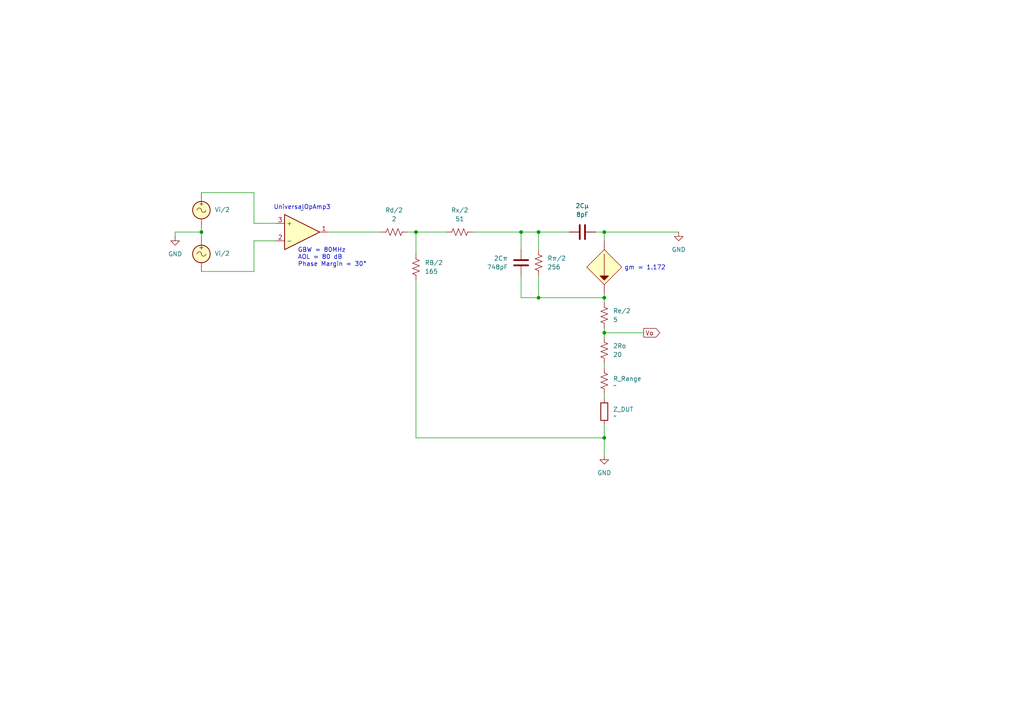
<source format=kicad_sch>
(kicad_sch (version 20231120) (generator "eeschema") (generator_version "8.0")
  (paper "A4")
  (lib_symbols
    (symbol "Device:C" (pin_numbers hide) (pin_names (offset 0.254))
      (property "Reference" "C" (at 0.635 2.54 0))
      (property "Value" "C" (at 0.635 -2.54 0))
      (symbol "C_0_1"
        (polyline (pts (xy -2.032 -0.762) (xy 2.032 -0.762)) (stroke (width 0.508)))
        (polyline (pts (xy -2.032 0.762) (xy 2.032 0.762)) (stroke (width 0.508)))
      )
      (symbol "C_1_1"
        (pin passive line (at 0 3.81 270) (length 2.794) (name "~") (number "1"))
        (pin passive line (at 0 -3.81 90) (length 2.794) (name "~") (number "2"))
      )
    )
    (symbol "Device:Opamp_Quad"
      (property "Reference" "U" (at 0 5.08 0))
      (property "Value" "Opamp_Quad" (at 0 -5.08 0))
      (symbol "Opamp_Quad_1_1"
        (polyline (pts (xy -5.08 5.08) (xy 5.08 0) (xy -5.08 -5.08) (xy -5.08 5.08)) (stroke (width 0.254)) (fill (type background)))
        (pin output line (at 7.62 0 180) (length 2.54) (name "~") (number "1"))
        (pin input line (at -7.62 -2.54 0) (length 2.54) (name "-") (number "2"))
        (pin input line (at -7.62 2.54 0) (length 2.54) (name "+") (number "3"))
      )
      (symbol "Opamp_Quad_2_1"
        (polyline (pts (xy -5.08 5.08) (xy 5.08 0) (xy -5.08 -5.08) (xy -5.08 5.08)) (stroke (width 0.254)) (fill (type background)))
        (pin input line (at -7.62 2.54 0) (length 2.54) (name "+") (number "5"))
        (pin input line (at -7.62 -2.54 0) (length 2.54) (name "-") (number "6"))
        (pin output line (at 7.62 0 180) (length 2.54) (name "~") (number "7"))
      )
      (symbol "Opamp_Quad_3_1"
        (polyline (pts (xy -5.08 5.08) (xy 5.08 0) (xy -5.08 -5.08) (xy -5.08 5.08)) (stroke (width 0.254)) (fill (type background)))
        (pin input line (at -7.62 2.54 0) (length 2.54) (name "+") (number "10"))
        (pin output line (at 7.62 0 180) (length 2.54) (name "~") (number "8"))
        (pin input line (at -7.62 -2.54 0) (length 2.54) (name "-") (number "9"))
      )
      (symbol "Opamp_Quad_4_1"
        (polyline (pts (xy -5.08 5.08) (xy 5.08 0) (xy -5.08 -5.08) (xy -5.08 5.08)) (stroke (width 0.254)) (fill (type background)))
        (pin input line (at -7.62 2.54 0) (length 2.54) (name "+") (number "12"))
        (pin input line (at -7.62 -2.54 0) (length 2.54) (name "-") (number "13"))
        (pin output line (at 7.62 0 180) (length 2.54) (name "~") (number "14"))
      )
      (symbol "Opamp_Quad_5_1"
        (pin power_in line (at -2.54 -7.62 90) (length 3.81) (name "V-") (number "11"))
        (pin power_in line (at -2.54 7.62 270) (length 3.81) (name "V+") (number "4"))
      )
    )
    (symbol "Device:R" (pin_numbers hide) (pin_names (offset 0))
      (property "Reference" "R" (at 2.032 0 90))
      (property "Value" "R" (at 0 0 90))
      (symbol "R_0_1"
        (rectangle (start -1.016 -2.54) (end 1.016 2.54) (stroke (width 0.254)))
      )
      (symbol "R_1_1"
        (pin passive line (at 0 3.81 270) (length 1.27) (name "~") (number "1"))
        (pin passive line (at 0 -3.81 90) (length 1.27) (name "~") (number "2"))
      )
    )
    (symbol "Device:R_US" (pin_numbers hide) (pin_names (offset 0))
      (property "Reference" "R" (at 2.54 0 90))
      (property "Value" "R_US" (at -2.54 0 90))
      (symbol "R_US_0_1"
        (polyline (pts (xy 0 -2.286) (xy 0 -2.54)))
        (polyline (pts (xy 0 2.286) (xy 0 2.54)))
        (polyline (pts (xy 0 -0.762) (xy 1.016 -1.143) (xy 0 -1.524) (xy -1.016 -1.905) (xy 0 -2.286)))
        (polyline (pts (xy 0 0.762) (xy 1.016 0.381) (xy 0 0) (xy -1.016 -0.381) (xy 0 -0.762)))
        (polyline (pts (xy 0 2.286) (xy 1.016 1.905) (xy 0 1.524) (xy -1.016 1.143) (xy 0 0.762)))
      )
      (symbol "R_US_1_1"
        (pin passive line (at 0 3.81 270) (length 1.27) (name "~") (number "1"))
        (pin passive line (at 0 -3.81 90) (length 1.27) (name "~") (number "2"))
      )
    )
    (symbol "JRIX Sources:VDependantISource"
      (symbol "VDependantISource_0_1"
        (polyline (pts (xy 0 -5.08) (xy -5.08 0) (xy 0 5.08) (xy 5.08 0) (xy 0 -5.08)) (fill (type background)))
        (polyline (pts (xy 0 3.81) (xy 0 -3.81) (xy 1.27 -2.54) (xy -1.27 -2.54) (xy 0 -3.81)) (fill (type outline)))
      )
      (symbol "VDependantISource_1_1"
        (pin input line (at 0 -7.62 90) (length 2.54) (name "~") (number ""))
        (pin input line (at 0 7.62 270) (length 2.54) (name "~") (number ""))
      )
    )
    (symbol "Simulation_SPICE:VSIN" (pin_numbers hide) (pin_names (offset 0.0254))
      (property "Reference" "V" (at 2.54 2.54 0))
      (property "Value" "VSIN" (at 2.54 0 0))
      (property "Sim.Params" "dc=0 ampl=1 f=1k ac=1" (at 2.54 -2.54 0))
      (symbol "VSIN_0_0"
        (arc (start 0 0) (mid -0.635 0.6323) (end -1.27 0))
        (arc (start 0 0) (mid 0.635 -0.6323) (end 1.27 0))
        (text "+" (at 0 1.905 0) (effects (font (size 1.27 1.27))))
      )
      (symbol "VSIN_0_1"
        (circle (center 0 0) (radius 2.54) (stroke (width 0.254)) (fill (type background)))
      )
      (symbol "VSIN_1_1"
        (pin passive line (at 0 5.08 270) (length 2.54) (name "~") (number "1"))
        (pin passive line (at 0 -5.08 90) (length 2.54) (name "~") (number "2"))
      )
    )
    (symbol "power:GND" (power) (pin_numbers hide) (pin_names (offset 0) hide)
      (property "Value" "GND" (at 0 -3.81 0))
      (symbol "GND_0_1"
        (polyline (pts (xy 0 0) (xy 0 -1.27) (xy 1.27 -1.27) (xy 0 -2.54) (xy -1.27 -1.27) (xy 0 -1.27)))
      )
      (symbol "GND_1_1"
        (pin power_in line (at 0 0 270) (length 0) (name "~") (number "1"))
      )
    )
  )
  (junction (at 175.26 86.36))
  (junction (at 156.21 67.31))
  (junction (at 58.42 67.31))
  (junction (at 156.21 86.36))
  (junction (at 151.13 67.31))
  (junction (at 175.26 96.52))
  (junction (at 120.65 67.31))
  (junction (at 175.26 127))
  (junction (at 175.26 67.31))
  (wire (pts (xy 120.65 67.31) (xy 120.65 73.66)))
  (wire (pts (xy 73.66 55.88) (xy 58.42 55.88)))
  (wire (pts (xy 151.13 80.01) (xy 151.13 86.36)))
  (wire (pts (xy 137.16 67.31) (xy 151.13 67.31)))
  (wire (pts (xy 151.13 86.36) (xy 156.21 86.36)))
  (wire (pts (xy 172.72 67.31) (xy 175.26 67.31)))
  (wire (pts (xy 58.42 67.31) (xy 58.42 68.58)))
  (wire (pts (xy 118.11 67.31) (xy 120.65 67.31)))
  (wire (pts (xy 175.26 86.36) (xy 175.26 85.09)))
  (wire (pts (xy 156.21 80.01) (xy 156.21 86.36)))
  (wire (pts (xy 175.26 114.3) (xy 175.26 115.57)))
  (wire (pts (xy 175.26 96.52) (xy 175.26 97.79)))
  (wire (pts (xy 120.65 67.31) (xy 129.54 67.31)))
  (wire (pts (xy 175.26 123.19) (xy 175.26 127)))
  (wire (pts (xy 175.26 86.36) (xy 175.26 87.63)))
  (wire (pts (xy 73.66 69.85) (xy 80.01 69.85)))
  (wire (pts (xy 175.26 96.52) (xy 186.69 96.52)))
  (wire (pts (xy 58.42 66.04) (xy 58.42 67.31)))
  (wire (pts (xy 156.21 86.36) (xy 175.26 86.36)))
  (wire (pts (xy 58.42 78.74) (xy 73.66 78.74)))
  (wire (pts (xy 58.42 67.31) (xy 50.8 67.31)))
  (wire (pts (xy 156.21 67.31) (xy 156.21 72.39)))
  (wire (pts (xy 120.65 81.28) (xy 120.65 127)))
  (wire (pts (xy 50.8 67.31) (xy 50.8 68.58)))
  (wire (pts (xy 175.26 67.31) (xy 175.26 69.85)))
  (wire (pts (xy 165.1 67.31) (xy 156.21 67.31)))
  (wire (pts (xy 73.66 64.77) (xy 80.01 64.77)))
  (wire (pts (xy 175.26 95.25) (xy 175.26 96.52)))
  (wire (pts (xy 175.26 67.31) (xy 196.85 67.31)))
  (wire (pts (xy 73.66 55.88) (xy 73.66 64.77)))
  (wire (pts (xy 73.66 78.74) (xy 73.66 69.85)))
  (wire (pts (xy 120.65 127) (xy 175.26 127)))
  (wire (pts (xy 95.25 67.31) (xy 110.49 67.31)))
  (wire (pts (xy 151.13 67.31) (xy 156.21 67.31)))
  (wire (pts (xy 175.26 105.41) (xy 175.26 106.68)))
  (wire (pts (xy 151.13 67.31) (xy 151.13 72.39)))
  (wire (pts (xy 175.26 127) (xy 175.26 132.08)))
  (text "GBW = 80MHz\nAOL = 80 dB\nPhase Margin = 30°" (at 86.36 74.676 0) (effects (font (size 1.27 1.27)) (justify left)))
  (text "gm = 1.172" (at 181.102 77.724 0) (effects (font (size 1.27 1.27)) (justify left)))
  (text "UniversalOpAmp3" (at 87.63 60.198 0) (effects (font (size 1.27 1.27))))
  (global_label "Vo" (shape output) (at 186.69 96.52 0) (property "Intersheetrefs" "${INTERSHEET_REFS}" (effects (hide yes))))
  (symbol (lib_id "Simulation_SPICE:VSIN") (at 58.42 60.96 0) (unit 1)
    (property "Reference" "Vi/2" (at 62.23 60.8301 0) (effects (justify left)))
    (property "Value" "VSIN" (effects (hide yes)))
    (property "Datasheet" "https://ngspice.sourceforge.io/docs/ngspice-html-manual/manual.xhtml#sec_Independent_Sources_for" (effects (hide yes)))
    (property "Description" "Voltage source, sinusoidal" (effects (hide yes)))
    (property "Sim.Pins" "1=+ 2=-" (effects (hide yes)))
    (property "Sim.Params" "dc=0 ampl=1 f=1k ac=1" (effects (hide yes)))
    (property "Sim.Type" "SIN" (effects (hide yes)))
    (property "Sim.Device" "V" (effects (hide yes)))
  )
  (symbol (lib_id "power:GND") (at 196.85 67.31 0) (unit 1)
    (property "Reference" "#PWR010" (effects (hide yes)))
    (property "Value" "GND" (at 196.85 72.39 0))
    (property "Description" "Power symbol creates a global label with name \"GND\" , ground" (effects (hide yes)))
  )
  (symbol (lib_id "Device:R_US") (at 175.26 101.6 180) (unit 1)
    (property "Reference" "2Ro" (at 177.8 100.3299 0) (effects (justify right)))
    (property "Value" "20" (at 177.8 102.8699 0) (effects (justify right)))
    (property "Description" "Resistor, US symbol" (effects (hide yes)))
  )
  (symbol (lib_id "Device:R_US") (at 175.26 110.49 0) (unit 1)
    (property "Reference" "R_Range" (at 177.8 109.8549 0) (effects (justify left)))
    (property "Value" "~" (at 177.8 111.76 0) (effects (justify left)))
    (property "Description" "Resistor, US symbol" (effects (hide yes)))
  )
  (symbol (lib_id "Device:C") (at 151.13 76.2 0) (mirror x) (unit 1)
    (property "Reference" "2Cπ" (at 147.32 74.9299 0) (effects (justify right)))
    (property "Value" "748pF" (at 147.32 77.4699 0) (effects (justify right)))
    (property "Description" "Unpolarized capacitor" (effects (hide yes)))
  )
  (symbol (lib_id "Device:R_US") (at 156.21 76.2 180) (unit 1)
    (property "Reference" "Rπ/2" (at 158.75 74.9299 0) (effects (justify right)))
    (property "Value" "256" (at 158.75 77.4699 0) (effects (justify right)))
    (property "Description" "Resistor, US symbol" (effects (hide yes)))
  )
  (symbol (lib_id "JRIX Sources:VDependantISource") (at 175.26 77.47 0) (unit 1)
    (property "Reference" "I2" (effects (hide yes)))
    (property "Value" "VDependantISource" (effects (hide yes)))
  )
  (symbol (lib_id "Device:R") (at 175.26 119.38 0) (unit 1)
    (property "Reference" "Z_DUT" (at 177.8 118.7449 0) (effects (justify left)))
    (property "Value" "~" (at 177.8 120.65 0) (effects (justify left)))
    (property "Description" "Resistor" (effects (hide yes)))
  )
  (symbol (lib_id "power:GND") (at 175.26 132.08 0) (unit 1)
    (property "Reference" "#PWR09" (effects (hide yes)))
    (property "Value" "GND" (at 175.26 137.16 0))
    (property "Description" "Power symbol creates a global label with name \"GND\" , ground" (effects (hide yes)))
  )
  (symbol (lib_id "power:GND") (at 50.8 68.58 0) (unit 1)
    (property "Reference" "#PWR011" (effects (hide yes)))
    (property "Value" "GND" (at 50.8 73.66 0))
    (property "Description" "Power symbol creates a global label with name \"GND\" , ground" (effects (hide yes)))
  )
  (symbol (lib_id "Device:R_US") (at 114.3 67.31 90) (unit 1)
    (property "Reference" "Rd/2" (at 114.3 60.96 90))
    (property "Value" "2" (at 114.3 63.5 90))
    (property "Description" "Resistor, US symbol" (effects (hide yes)))
  )
  (symbol (lib_id "Device:R_US") (at 133.35 67.31 90) (unit 1)
    (property "Reference" "Rx/2" (at 133.35 60.96 90))
    (property "Value" "51" (at 133.35 63.5 90))
    (property "Description" "Resistor, US symbol" (effects (hide yes)))
  )
  (symbol (lib_id "Device:R_US") (at 175.26 91.44 0) (unit 1)
    (property "Reference" "Re/2" (at 177.8 90.1699 0) (effects (justify left)))
    (property "Value" "5" (at 177.8 92.7099 0) (effects (justify left)))
    (property "Description" "Resistor, US symbol" (effects (hide yes)))
  )
  (symbol (lib_id "Device:Opamp_Quad") (at 87.63 67.31 0) (unit 1)
    (property "Reference" "UniversalOpAmp3" (effects (hide yes)))
    (property "Value" "~" (at 87.63 60.96 0))
    (property "Description" "Quad operational amplifier" (effects (hide yes)))
    (property "Sim.Library" "${KICAD7_SYMBOL_DIR}/Simulation_SPICE.sp" (effects (hide yes)))
    (property "Sim.Name" "kicad_builtin_opamp_quad" (effects (hide yes)))
    (property "Sim.Device" "SUBCKT" (effects (hide yes)))
    (property "Sim.Pins" "1=out1 2=in1- 3=in1+ 4=vcc 5=in2+ 6=in2- 7=out2 8=out3 9=in3- 10=in3+ 11=vee 12=in4+ 13=in4- 14=out4" (effects (hide yes)))
  )
  (symbol (lib_id "Device:R_US") (at 120.65 77.47 180) (unit 1)
    (property "Reference" "RB/2" (at 123.19 76.1999 0) (effects (justify right)))
    (property "Value" "165" (at 123.19 78.7399 0) (effects (justify right)))
    (property "Description" "Resistor, US symbol" (effects (hide yes)))
  )
  (symbol (lib_id "Simulation_SPICE:VSIN") (at 58.42 73.66 0) (unit 1)
    (property "Reference" "Vi/2" (at 62.23 73.5301 0) (effects (justify left)))
    (property "Value" "VSIN" (effects (hide yes)))
    (property "Datasheet" "https://ngspice.sourceforge.io/docs/ngspice-html-manual/manual.xhtml#sec_Independent_Sources_for" (effects (hide yes)))
    (property "Description" "Voltage source, sinusoidal" (effects (hide yes)))
    (property "Sim.Pins" "1=+ 2=-" (effects (hide yes)))
    (property "Sim.Params" "dc=0 ampl=1 f=1k ac=1" (effects (hide yes)))
    (property "Sim.Type" "SIN" (effects (hide yes)))
    (property "Sim.Device" "V" (effects (hide yes)))
  )
  (symbol (lib_id "Device:C") (at 168.91 67.31 270) (mirror x) (unit 1)
    (property "Reference" "2Cμ" (at 168.91 59.69 90))
    (property "Value" "8pF" (at 168.91 62.23 90))
    (property "Description" "Unpolarized capacitor" (effects (hide yes)))
  )
)
</source>
